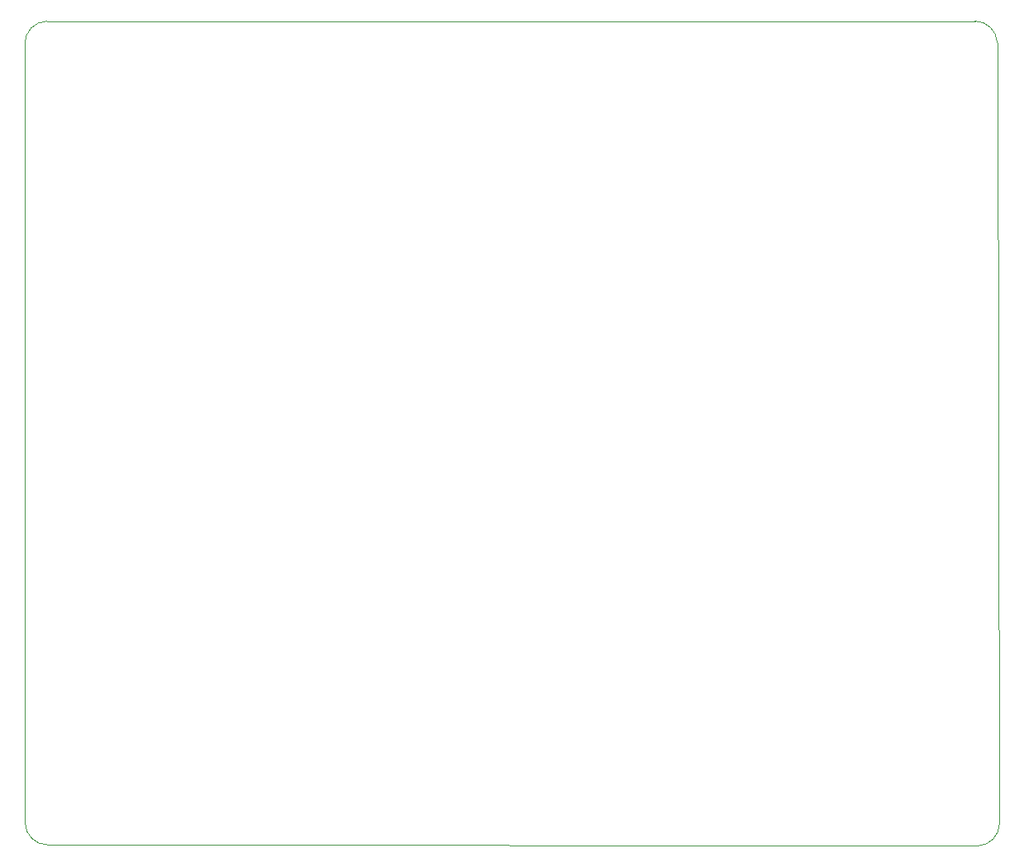
<source format=gbr>
%TF.GenerationSoftware,KiCad,Pcbnew,7.0.6-0*%
%TF.CreationDate,2024-10-24T11:02:24+08:00*%
%TF.ProjectId,kweba,6b776562-612e-46b6-9963-61645f706362,rev?*%
%TF.SameCoordinates,Original*%
%TF.FileFunction,Profile,NP*%
%FSLAX46Y46*%
G04 Gerber Fmt 4.6, Leading zero omitted, Abs format (unit mm)*
G04 Created by KiCad (PCBNEW 7.0.6-0) date 2024-10-24 11:02:24*
%MOMM*%
%LPD*%
G01*
G04 APERTURE LIST*
%TA.AperFunction,Profile*%
%ADD10C,0.100000*%
%TD*%
G04 APERTURE END LIST*
D10*
X-249338970Y-124405067D02*
G75*
G03*
X-251576831Y-126704226I62137J-2299158D01*
G01*
X-249338970Y-124405066D02*
X-154175000Y-124400000D01*
X-151875841Y-126637861D02*
G75*
G03*
X-154175000Y-124400000I-2299158J-62137D01*
G01*
X-251549159Y-206712139D02*
X-251576831Y-126704226D01*
X-251549158Y-206712139D02*
G75*
G03*
X-249250000Y-208949999I2299158J62138D01*
G01*
X-153887861Y-209049160D02*
X-249250000Y-208949999D01*
X-153887861Y-209049159D02*
G75*
G03*
X-151650000Y-206750000I-62137J2299158D01*
G01*
X-151875840Y-126637861D02*
X-151650000Y-206750000D01*
M02*

</source>
